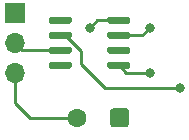
<source format=gbr>
%TF.GenerationSoftware,KiCad,Pcbnew,5.1.11-e4df9d881f~92~ubuntu21.04.1*%
%TF.CreationDate,2021-10-31T17:42:42-07:00*%
%TF.ProjectId,attiny402_rgb-pendant,61747469-6e79-4343-9032-5f7267622d70,1.0*%
%TF.SameCoordinates,Original*%
%TF.FileFunction,Copper,L2,Bot*%
%TF.FilePolarity,Positive*%
%FSLAX46Y46*%
G04 Gerber Fmt 4.6, Leading zero omitted, Abs format (unit mm)*
G04 Created by KiCad (PCBNEW 5.1.11-e4df9d881f~92~ubuntu21.04.1) date 2021-10-31 17:42:42*
%MOMM*%
%LPD*%
G01*
G04 APERTURE LIST*
%TA.AperFunction,ComponentPad*%
%ADD10O,1.700000X1.700000*%
%TD*%
%TA.AperFunction,ComponentPad*%
%ADD11R,1.700000X1.700000*%
%TD*%
%TA.AperFunction,ComponentPad*%
%ADD12C,1.600000*%
%TD*%
%TA.AperFunction,ViaPad*%
%ADD13C,0.800000*%
%TD*%
%TA.AperFunction,Conductor*%
%ADD14C,0.250000*%
%TD*%
G04 APERTURE END LIST*
%TO.P,U1,8*%
%TO.N,GND*%
%TA.AperFunction,SMDPad,CuDef*%
G36*
G01*
X147090000Y-90655000D02*
X147090000Y-90955000D01*
G75*
G02*
X146940000Y-91105000I-150000J0D01*
G01*
X145290000Y-91105000D01*
G75*
G02*
X145140000Y-90955000I0J150000D01*
G01*
X145140000Y-90655000D01*
G75*
G02*
X145290000Y-90505000I150000J0D01*
G01*
X146940000Y-90505000D01*
G75*
G02*
X147090000Y-90655000I0J-150000D01*
G01*
G37*
%TD.AperFunction*%
%TO.P,U1,7*%
%TO.N,/RED*%
%TA.AperFunction,SMDPad,CuDef*%
G36*
G01*
X147090000Y-91925000D02*
X147090000Y-92225000D01*
G75*
G02*
X146940000Y-92375000I-150000J0D01*
G01*
X145290000Y-92375000D01*
G75*
G02*
X145140000Y-92225000I0J150000D01*
G01*
X145140000Y-91925000D01*
G75*
G02*
X145290000Y-91775000I150000J0D01*
G01*
X146940000Y-91775000D01*
G75*
G02*
X147090000Y-91925000I0J-150000D01*
G01*
G37*
%TD.AperFunction*%
%TO.P,U1,6*%
%TO.N,/UPDI*%
%TA.AperFunction,SMDPad,CuDef*%
G36*
G01*
X147090000Y-93195000D02*
X147090000Y-93495000D01*
G75*
G02*
X146940000Y-93645000I-150000J0D01*
G01*
X145290000Y-93645000D01*
G75*
G02*
X145140000Y-93495000I0J150000D01*
G01*
X145140000Y-93195000D01*
G75*
G02*
X145290000Y-93045000I150000J0D01*
G01*
X146940000Y-93045000D01*
G75*
G02*
X147090000Y-93195000I0J-150000D01*
G01*
G37*
%TD.AperFunction*%
%TO.P,U1,5*%
%TO.N,Net-(U1-Pad5)*%
%TA.AperFunction,SMDPad,CuDef*%
G36*
G01*
X147090000Y-94465000D02*
X147090000Y-94765000D01*
G75*
G02*
X146940000Y-94915000I-150000J0D01*
G01*
X145290000Y-94915000D01*
G75*
G02*
X145140000Y-94765000I0J150000D01*
G01*
X145140000Y-94465000D01*
G75*
G02*
X145290000Y-94315000I150000J0D01*
G01*
X146940000Y-94315000D01*
G75*
G02*
X147090000Y-94465000I0J-150000D01*
G01*
G37*
%TD.AperFunction*%
%TO.P,U1,4*%
%TO.N,/GREEN*%
%TA.AperFunction,SMDPad,CuDef*%
G36*
G01*
X152040000Y-94465000D02*
X152040000Y-94765000D01*
G75*
G02*
X151890000Y-94915000I-150000J0D01*
G01*
X150240000Y-94915000D01*
G75*
G02*
X150090000Y-94765000I0J150000D01*
G01*
X150090000Y-94465000D01*
G75*
G02*
X150240000Y-94315000I150000J0D01*
G01*
X151890000Y-94315000D01*
G75*
G02*
X152040000Y-94465000I0J-150000D01*
G01*
G37*
%TD.AperFunction*%
%TO.P,U1,3*%
%TO.N,Net-(U1-Pad3)*%
%TA.AperFunction,SMDPad,CuDef*%
G36*
G01*
X152040000Y-93195000D02*
X152040000Y-93495000D01*
G75*
G02*
X151890000Y-93645000I-150000J0D01*
G01*
X150240000Y-93645000D01*
G75*
G02*
X150090000Y-93495000I0J150000D01*
G01*
X150090000Y-93195000D01*
G75*
G02*
X150240000Y-93045000I150000J0D01*
G01*
X151890000Y-93045000D01*
G75*
G02*
X152040000Y-93195000I0J-150000D01*
G01*
G37*
%TD.AperFunction*%
%TO.P,U1,2*%
%TO.N,/BLUE*%
%TA.AperFunction,SMDPad,CuDef*%
G36*
G01*
X152040000Y-91925000D02*
X152040000Y-92225000D01*
G75*
G02*
X151890000Y-92375000I-150000J0D01*
G01*
X150240000Y-92375000D01*
G75*
G02*
X150090000Y-92225000I0J150000D01*
G01*
X150090000Y-91925000D01*
G75*
G02*
X150240000Y-91775000I150000J0D01*
G01*
X151890000Y-91775000D01*
G75*
G02*
X152040000Y-91925000I0J-150000D01*
G01*
G37*
%TD.AperFunction*%
%TO.P,U1,1*%
%TO.N,+3V0*%
%TA.AperFunction,SMDPad,CuDef*%
G36*
G01*
X152040000Y-90655000D02*
X152040000Y-90955000D01*
G75*
G02*
X151890000Y-91105000I-150000J0D01*
G01*
X150240000Y-91105000D01*
G75*
G02*
X150090000Y-90955000I0J150000D01*
G01*
X150090000Y-90655000D01*
G75*
G02*
X150240000Y-90505000I150000J0D01*
G01*
X151890000Y-90505000D01*
G75*
G02*
X152040000Y-90655000I0J-150000D01*
G01*
G37*
%TD.AperFunction*%
%TD*%
D10*
%TO.P,J1,3*%
%TO.N,GND*%
X142240000Y-95250000D03*
%TO.P,J1,2*%
%TO.N,/UPDI*%
X142240000Y-92710000D03*
D11*
%TO.P,J1,1*%
%TO.N,+3V0*%
X142240000Y-90170000D03*
%TD*%
D12*
%TO.P,BT1,2*%
%TO.N,GND*%
X147530000Y-99060000D03*
%TO.P,BT1,1*%
%TO.N,+3V0*%
%TA.AperFunction,ComponentPad*%
G36*
G01*
X151930000Y-98510000D02*
X151930000Y-99610000D01*
G75*
G02*
X151680000Y-99860000I-250000J0D01*
G01*
X150580000Y-99860000D01*
G75*
G02*
X150330000Y-99610000I0J250000D01*
G01*
X150330000Y-98510000D01*
G75*
G02*
X150580000Y-98260000I250000J0D01*
G01*
X151680000Y-98260000D01*
G75*
G02*
X151930000Y-98510000I0J-250000D01*
G01*
G37*
%TD.AperFunction*%
%TD*%
D13*
%TO.N,+3V0*%
X148590000Y-91440000D03*
%TO.N,/GREEN*%
X153670000Y-95250000D03*
%TO.N,/BLUE*%
X153670000Y-91440000D03*
%TO.N,/RED*%
X156210000Y-96520000D03*
%TD*%
D14*
%TO.N,GND*%
X142240000Y-95250000D02*
X142240000Y-97790000D01*
X143510000Y-99060000D02*
X147530000Y-99060000D01*
X142240000Y-97790000D02*
X143510000Y-99060000D01*
%TO.N,+3V0*%
X149225000Y-90805000D02*
X148590000Y-91440000D01*
X151065000Y-90805000D02*
X149225000Y-90805000D01*
%TO.N,/GREEN*%
X151765000Y-94615000D02*
X151065000Y-94615000D01*
X151700000Y-95250000D02*
X151065000Y-94615000D01*
X153670000Y-95250000D02*
X151700000Y-95250000D01*
%TO.N,/BLUE*%
X151155001Y-91984999D02*
X151065000Y-92075000D01*
X153035000Y-92075000D02*
X153670000Y-91440000D01*
X151065000Y-92075000D02*
X153035000Y-92075000D01*
%TO.N,/UPDI*%
X142875000Y-93345000D02*
X142240000Y-92710000D01*
X146115000Y-93345000D02*
X142875000Y-93345000D01*
%TO.N,/RED*%
X146685000Y-92075000D02*
X146115000Y-92075000D01*
X156210000Y-96520000D02*
X149860000Y-96520000D01*
X146491768Y-92075000D02*
X146115000Y-92075000D01*
X147858384Y-94518384D02*
X149860000Y-96520000D01*
X147858384Y-93441616D02*
X147858384Y-94518384D01*
X147858384Y-93441616D02*
X146491768Y-92075000D01*
%TD*%
M02*

</source>
